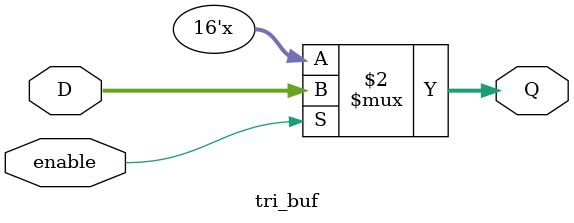
<source format=v>
module tri_buf (enable, D, Q);

input enable;

input [15:0] D;

output reg [15:0] Q;

//assign Q = enable ? D: 16'bx;

always@(*) begin

Q = enable ? D: 16'bx;

end

endmodule 
</source>
